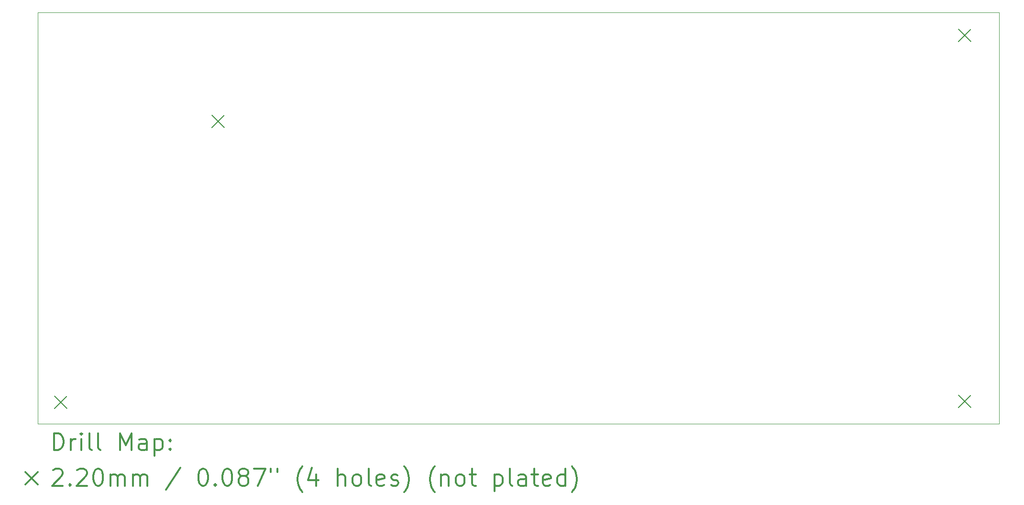
<source format=gbr>
%FSLAX45Y45*%
G04 Gerber Fmt 4.5, Leading zero omitted, Abs format (unit mm)*
G04 Created by KiCad (PCBNEW no-vcs-found-undefined) date Wed Oct 26 00:51:34 2016*
%MOMM*%
%LPD*%
G01*
G04 APERTURE LIST*
%ADD10C,0.127000*%
%ADD11C,0.100000*%
%ADD12C,0.200000*%
%ADD13C,0.300000*%
G04 APERTURE END LIST*
D10*
D11*
X6997700Y-14376400D02*
X6997700Y-7086600D01*
X24015700Y-14376400D02*
X6997700Y-14376400D01*
X24015700Y-7086600D02*
X24015700Y-14376400D01*
X6997700Y-7086600D02*
X24015700Y-7086600D01*
D12*
X7290000Y-13890000D02*
X7510000Y-14110000D01*
X7510000Y-13890000D02*
X7290000Y-14110000D01*
X10075400Y-8907000D02*
X10295400Y-9127000D01*
X10295400Y-8907000D02*
X10075400Y-9127000D01*
X23290000Y-7390000D02*
X23510000Y-7610000D01*
X23510000Y-7390000D02*
X23290000Y-7610000D01*
X23290000Y-13869200D02*
X23510000Y-14089200D01*
X23510000Y-13869200D02*
X23290000Y-14089200D01*
D13*
X7279128Y-14847114D02*
X7279128Y-14547114D01*
X7350557Y-14547114D01*
X7393414Y-14561400D01*
X7421986Y-14589971D01*
X7436271Y-14618543D01*
X7450557Y-14675686D01*
X7450557Y-14718543D01*
X7436271Y-14775686D01*
X7421986Y-14804257D01*
X7393414Y-14832829D01*
X7350557Y-14847114D01*
X7279128Y-14847114D01*
X7579128Y-14847114D02*
X7579128Y-14647114D01*
X7579128Y-14704257D02*
X7593414Y-14675686D01*
X7607700Y-14661400D01*
X7636271Y-14647114D01*
X7664843Y-14647114D01*
X7764843Y-14847114D02*
X7764843Y-14647114D01*
X7764843Y-14547114D02*
X7750557Y-14561400D01*
X7764843Y-14575686D01*
X7779128Y-14561400D01*
X7764843Y-14547114D01*
X7764843Y-14575686D01*
X7950557Y-14847114D02*
X7921986Y-14832829D01*
X7907700Y-14804257D01*
X7907700Y-14547114D01*
X8107700Y-14847114D02*
X8079128Y-14832829D01*
X8064843Y-14804257D01*
X8064843Y-14547114D01*
X8450557Y-14847114D02*
X8450557Y-14547114D01*
X8550557Y-14761400D01*
X8650557Y-14547114D01*
X8650557Y-14847114D01*
X8921986Y-14847114D02*
X8921986Y-14689971D01*
X8907700Y-14661400D01*
X8879128Y-14647114D01*
X8821986Y-14647114D01*
X8793414Y-14661400D01*
X8921986Y-14832829D02*
X8893414Y-14847114D01*
X8821986Y-14847114D01*
X8793414Y-14832829D01*
X8779128Y-14804257D01*
X8779128Y-14775686D01*
X8793414Y-14747114D01*
X8821986Y-14732829D01*
X8893414Y-14732829D01*
X8921986Y-14718543D01*
X9064843Y-14647114D02*
X9064843Y-14947114D01*
X9064843Y-14661400D02*
X9093414Y-14647114D01*
X9150557Y-14647114D01*
X9179128Y-14661400D01*
X9193414Y-14675686D01*
X9207700Y-14704257D01*
X9207700Y-14789971D01*
X9193414Y-14818543D01*
X9179128Y-14832829D01*
X9150557Y-14847114D01*
X9093414Y-14847114D01*
X9064843Y-14832829D01*
X9336271Y-14818543D02*
X9350557Y-14832829D01*
X9336271Y-14847114D01*
X9321986Y-14832829D01*
X9336271Y-14818543D01*
X9336271Y-14847114D01*
X9336271Y-14661400D02*
X9350557Y-14675686D01*
X9336271Y-14689971D01*
X9321986Y-14675686D01*
X9336271Y-14661400D01*
X9336271Y-14689971D01*
X6772700Y-15231400D02*
X6992700Y-15451400D01*
X6992700Y-15231400D02*
X6772700Y-15451400D01*
X7264843Y-15205686D02*
X7279128Y-15191400D01*
X7307700Y-15177114D01*
X7379128Y-15177114D01*
X7407700Y-15191400D01*
X7421986Y-15205686D01*
X7436271Y-15234257D01*
X7436271Y-15262829D01*
X7421986Y-15305686D01*
X7250557Y-15477114D01*
X7436271Y-15477114D01*
X7564843Y-15448543D02*
X7579128Y-15462829D01*
X7564843Y-15477114D01*
X7550557Y-15462829D01*
X7564843Y-15448543D01*
X7564843Y-15477114D01*
X7693414Y-15205686D02*
X7707700Y-15191400D01*
X7736271Y-15177114D01*
X7807700Y-15177114D01*
X7836271Y-15191400D01*
X7850557Y-15205686D01*
X7864843Y-15234257D01*
X7864843Y-15262829D01*
X7850557Y-15305686D01*
X7679128Y-15477114D01*
X7864843Y-15477114D01*
X8050557Y-15177114D02*
X8079128Y-15177114D01*
X8107700Y-15191400D01*
X8121986Y-15205686D01*
X8136271Y-15234257D01*
X8150557Y-15291400D01*
X8150557Y-15362829D01*
X8136271Y-15419971D01*
X8121986Y-15448543D01*
X8107700Y-15462829D01*
X8079128Y-15477114D01*
X8050557Y-15477114D01*
X8021986Y-15462829D01*
X8007700Y-15448543D01*
X7993414Y-15419971D01*
X7979128Y-15362829D01*
X7979128Y-15291400D01*
X7993414Y-15234257D01*
X8007700Y-15205686D01*
X8021986Y-15191400D01*
X8050557Y-15177114D01*
X8279128Y-15477114D02*
X8279128Y-15277114D01*
X8279128Y-15305686D02*
X8293414Y-15291400D01*
X8321986Y-15277114D01*
X8364843Y-15277114D01*
X8393414Y-15291400D01*
X8407700Y-15319971D01*
X8407700Y-15477114D01*
X8407700Y-15319971D02*
X8421986Y-15291400D01*
X8450557Y-15277114D01*
X8493414Y-15277114D01*
X8521986Y-15291400D01*
X8536271Y-15319971D01*
X8536271Y-15477114D01*
X8679128Y-15477114D02*
X8679128Y-15277114D01*
X8679128Y-15305686D02*
X8693414Y-15291400D01*
X8721986Y-15277114D01*
X8764843Y-15277114D01*
X8793414Y-15291400D01*
X8807700Y-15319971D01*
X8807700Y-15477114D01*
X8807700Y-15319971D02*
X8821986Y-15291400D01*
X8850557Y-15277114D01*
X8893414Y-15277114D01*
X8921986Y-15291400D01*
X8936271Y-15319971D01*
X8936271Y-15477114D01*
X9521986Y-15162829D02*
X9264843Y-15548543D01*
X9907700Y-15177114D02*
X9936271Y-15177114D01*
X9964843Y-15191400D01*
X9979128Y-15205686D01*
X9993414Y-15234257D01*
X10007700Y-15291400D01*
X10007700Y-15362829D01*
X9993414Y-15419971D01*
X9979128Y-15448543D01*
X9964843Y-15462829D01*
X9936271Y-15477114D01*
X9907700Y-15477114D01*
X9879128Y-15462829D01*
X9864843Y-15448543D01*
X9850557Y-15419971D01*
X9836271Y-15362829D01*
X9836271Y-15291400D01*
X9850557Y-15234257D01*
X9864843Y-15205686D01*
X9879128Y-15191400D01*
X9907700Y-15177114D01*
X10136271Y-15448543D02*
X10150557Y-15462829D01*
X10136271Y-15477114D01*
X10121986Y-15462829D01*
X10136271Y-15448543D01*
X10136271Y-15477114D01*
X10336271Y-15177114D02*
X10364843Y-15177114D01*
X10393414Y-15191400D01*
X10407700Y-15205686D01*
X10421986Y-15234257D01*
X10436271Y-15291400D01*
X10436271Y-15362829D01*
X10421986Y-15419971D01*
X10407700Y-15448543D01*
X10393414Y-15462829D01*
X10364843Y-15477114D01*
X10336271Y-15477114D01*
X10307700Y-15462829D01*
X10293414Y-15448543D01*
X10279128Y-15419971D01*
X10264843Y-15362829D01*
X10264843Y-15291400D01*
X10279128Y-15234257D01*
X10293414Y-15205686D01*
X10307700Y-15191400D01*
X10336271Y-15177114D01*
X10607700Y-15305686D02*
X10579128Y-15291400D01*
X10564843Y-15277114D01*
X10550557Y-15248543D01*
X10550557Y-15234257D01*
X10564843Y-15205686D01*
X10579128Y-15191400D01*
X10607700Y-15177114D01*
X10664843Y-15177114D01*
X10693414Y-15191400D01*
X10707700Y-15205686D01*
X10721986Y-15234257D01*
X10721986Y-15248543D01*
X10707700Y-15277114D01*
X10693414Y-15291400D01*
X10664843Y-15305686D01*
X10607700Y-15305686D01*
X10579128Y-15319971D01*
X10564843Y-15334257D01*
X10550557Y-15362829D01*
X10550557Y-15419971D01*
X10564843Y-15448543D01*
X10579128Y-15462829D01*
X10607700Y-15477114D01*
X10664843Y-15477114D01*
X10693414Y-15462829D01*
X10707700Y-15448543D01*
X10721986Y-15419971D01*
X10721986Y-15362829D01*
X10707700Y-15334257D01*
X10693414Y-15319971D01*
X10664843Y-15305686D01*
X10821986Y-15177114D02*
X11021986Y-15177114D01*
X10893414Y-15477114D01*
X11121986Y-15177114D02*
X11121986Y-15234257D01*
X11236271Y-15177114D02*
X11236271Y-15234257D01*
X11679128Y-15591400D02*
X11664843Y-15577114D01*
X11636271Y-15534257D01*
X11621986Y-15505686D01*
X11607700Y-15462829D01*
X11593414Y-15391400D01*
X11593414Y-15334257D01*
X11607700Y-15262829D01*
X11621986Y-15219971D01*
X11636271Y-15191400D01*
X11664843Y-15148543D01*
X11679128Y-15134257D01*
X11921986Y-15277114D02*
X11921986Y-15477114D01*
X11850557Y-15162829D02*
X11779128Y-15377114D01*
X11964843Y-15377114D01*
X12307700Y-15477114D02*
X12307700Y-15177114D01*
X12436271Y-15477114D02*
X12436271Y-15319971D01*
X12421986Y-15291400D01*
X12393414Y-15277114D01*
X12350557Y-15277114D01*
X12321986Y-15291400D01*
X12307700Y-15305686D01*
X12621986Y-15477114D02*
X12593414Y-15462829D01*
X12579128Y-15448543D01*
X12564843Y-15419971D01*
X12564843Y-15334257D01*
X12579128Y-15305686D01*
X12593414Y-15291400D01*
X12621986Y-15277114D01*
X12664843Y-15277114D01*
X12693414Y-15291400D01*
X12707700Y-15305686D01*
X12721986Y-15334257D01*
X12721986Y-15419971D01*
X12707700Y-15448543D01*
X12693414Y-15462829D01*
X12664843Y-15477114D01*
X12621986Y-15477114D01*
X12893414Y-15477114D02*
X12864843Y-15462829D01*
X12850557Y-15434257D01*
X12850557Y-15177114D01*
X13121986Y-15462829D02*
X13093414Y-15477114D01*
X13036271Y-15477114D01*
X13007700Y-15462829D01*
X12993414Y-15434257D01*
X12993414Y-15319971D01*
X13007700Y-15291400D01*
X13036271Y-15277114D01*
X13093414Y-15277114D01*
X13121986Y-15291400D01*
X13136271Y-15319971D01*
X13136271Y-15348543D01*
X12993414Y-15377114D01*
X13250557Y-15462829D02*
X13279128Y-15477114D01*
X13336271Y-15477114D01*
X13364843Y-15462829D01*
X13379128Y-15434257D01*
X13379128Y-15419971D01*
X13364843Y-15391400D01*
X13336271Y-15377114D01*
X13293414Y-15377114D01*
X13264843Y-15362829D01*
X13250557Y-15334257D01*
X13250557Y-15319971D01*
X13264843Y-15291400D01*
X13293414Y-15277114D01*
X13336271Y-15277114D01*
X13364843Y-15291400D01*
X13479128Y-15591400D02*
X13493414Y-15577114D01*
X13521986Y-15534257D01*
X13536271Y-15505686D01*
X13550557Y-15462829D01*
X13564843Y-15391400D01*
X13564843Y-15334257D01*
X13550557Y-15262829D01*
X13536271Y-15219971D01*
X13521986Y-15191400D01*
X13493414Y-15148543D01*
X13479128Y-15134257D01*
X14021986Y-15591400D02*
X14007700Y-15577114D01*
X13979128Y-15534257D01*
X13964843Y-15505686D01*
X13950557Y-15462829D01*
X13936271Y-15391400D01*
X13936271Y-15334257D01*
X13950557Y-15262829D01*
X13964843Y-15219971D01*
X13979128Y-15191400D01*
X14007700Y-15148543D01*
X14021986Y-15134257D01*
X14136271Y-15277114D02*
X14136271Y-15477114D01*
X14136271Y-15305686D02*
X14150557Y-15291400D01*
X14179128Y-15277114D01*
X14221986Y-15277114D01*
X14250557Y-15291400D01*
X14264843Y-15319971D01*
X14264843Y-15477114D01*
X14450557Y-15477114D02*
X14421986Y-15462829D01*
X14407700Y-15448543D01*
X14393414Y-15419971D01*
X14393414Y-15334257D01*
X14407700Y-15305686D01*
X14421986Y-15291400D01*
X14450557Y-15277114D01*
X14493414Y-15277114D01*
X14521986Y-15291400D01*
X14536271Y-15305686D01*
X14550557Y-15334257D01*
X14550557Y-15419971D01*
X14536271Y-15448543D01*
X14521986Y-15462829D01*
X14493414Y-15477114D01*
X14450557Y-15477114D01*
X14636271Y-15277114D02*
X14750557Y-15277114D01*
X14679128Y-15177114D02*
X14679128Y-15434257D01*
X14693414Y-15462829D01*
X14721986Y-15477114D01*
X14750557Y-15477114D01*
X15079128Y-15277114D02*
X15079128Y-15577114D01*
X15079128Y-15291400D02*
X15107700Y-15277114D01*
X15164843Y-15277114D01*
X15193414Y-15291400D01*
X15207700Y-15305686D01*
X15221986Y-15334257D01*
X15221986Y-15419971D01*
X15207700Y-15448543D01*
X15193414Y-15462829D01*
X15164843Y-15477114D01*
X15107700Y-15477114D01*
X15079128Y-15462829D01*
X15393414Y-15477114D02*
X15364843Y-15462829D01*
X15350557Y-15434257D01*
X15350557Y-15177114D01*
X15636271Y-15477114D02*
X15636271Y-15319971D01*
X15621986Y-15291400D01*
X15593414Y-15277114D01*
X15536271Y-15277114D01*
X15507700Y-15291400D01*
X15636271Y-15462829D02*
X15607700Y-15477114D01*
X15536271Y-15477114D01*
X15507700Y-15462829D01*
X15493414Y-15434257D01*
X15493414Y-15405686D01*
X15507700Y-15377114D01*
X15536271Y-15362829D01*
X15607700Y-15362829D01*
X15636271Y-15348543D01*
X15736271Y-15277114D02*
X15850557Y-15277114D01*
X15779128Y-15177114D02*
X15779128Y-15434257D01*
X15793414Y-15462829D01*
X15821986Y-15477114D01*
X15850557Y-15477114D01*
X16064843Y-15462829D02*
X16036271Y-15477114D01*
X15979128Y-15477114D01*
X15950557Y-15462829D01*
X15936271Y-15434257D01*
X15936271Y-15319971D01*
X15950557Y-15291400D01*
X15979128Y-15277114D01*
X16036271Y-15277114D01*
X16064843Y-15291400D01*
X16079128Y-15319971D01*
X16079128Y-15348543D01*
X15936271Y-15377114D01*
X16336271Y-15477114D02*
X16336271Y-15177114D01*
X16336271Y-15462829D02*
X16307700Y-15477114D01*
X16250557Y-15477114D01*
X16221986Y-15462829D01*
X16207700Y-15448543D01*
X16193414Y-15419971D01*
X16193414Y-15334257D01*
X16207700Y-15305686D01*
X16221986Y-15291400D01*
X16250557Y-15277114D01*
X16307700Y-15277114D01*
X16336271Y-15291400D01*
X16450557Y-15591400D02*
X16464843Y-15577114D01*
X16493414Y-15534257D01*
X16507700Y-15505686D01*
X16521986Y-15462829D01*
X16536271Y-15391400D01*
X16536271Y-15334257D01*
X16521986Y-15262829D01*
X16507700Y-15219971D01*
X16493414Y-15191400D01*
X16464843Y-15148543D01*
X16450557Y-15134257D01*
M02*

</source>
